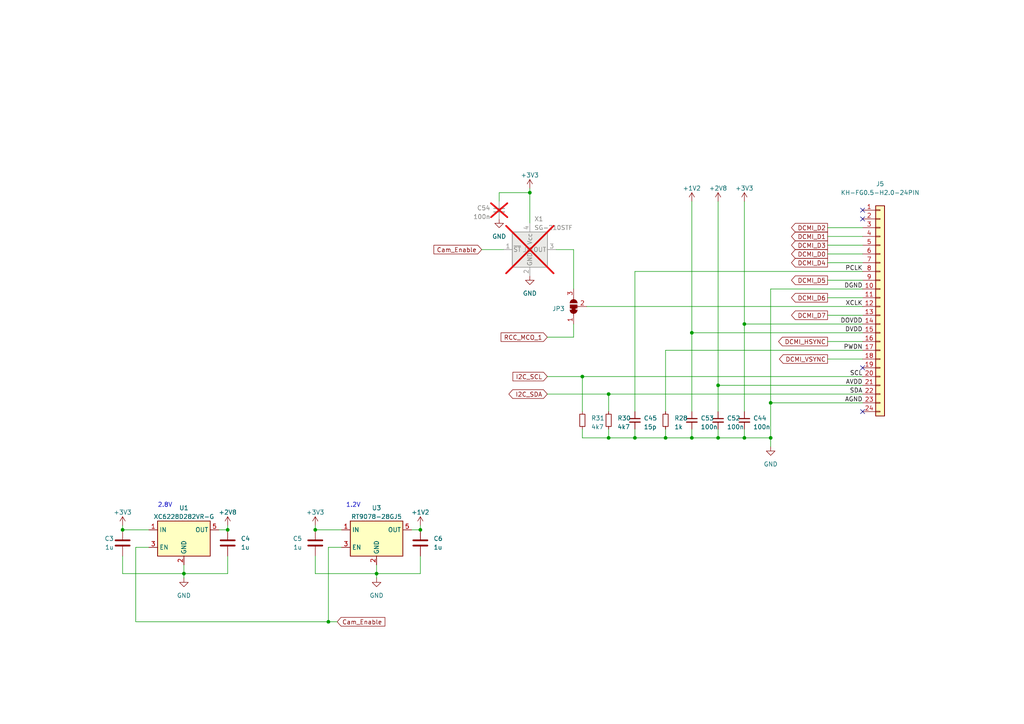
<source format=kicad_sch>
(kicad_sch (version 20230121) (generator eeschema)
  (paper "A4")
  (title_block (title "Camera Module") (date "2023-03-03") (rev "1.0") (company "Sol Harter"))
  (lib_symbols
    (symbol "Connector_Generic:Conn_01x24" (pin_names (offset 1.016) hide)
      (property "Reference" "J" (at 0 30.48 0))
      (property "Value" "Conn_01x24" (at 0 -33.02 0))
      (symbol "Conn_01x24_1_1"
        (rectangle (start -1.27 -30.353) (end 0 -30.607) (stroke (width 0.1524)))
        (rectangle (start -1.27 -27.813) (end 0 -28.067) (stroke (width 0.1524)))
        (rectangle (start -1.27 -25.273) (end 0 -25.527) (stroke (width 0.1524)))
        (rectangle (start -1.27 -22.733) (end 0 -22.987) (stroke (width 0.1524)))
        (rectangle (start -1.27 -20.193) (end 0 -20.447) (stroke (width 0.1524)))
        (rectangle (start -1.27 -17.653) (end 0 -17.907) (stroke (width 0.1524)))
        (rectangle (start -1.27 -15.113) (end 0 -15.367) (stroke (width 0.1524)))
        (rectangle (start -1.27 -12.573) (end 0 -12.827) (stroke (width 0.1524)))
        (rectangle (start -1.27 -10.033) (end 0 -10.287) (stroke (width 0.1524)))
        (rectangle (start -1.27 -7.493) (end 0 -7.747) (stroke (width 0.1524)))
        (rectangle (start -1.27 -4.953) (end 0 -5.207) (stroke (width 0.1524)))
        (rectangle (start -1.27 -2.413) (end 0 -2.667) (stroke (width 0.1524)))
        (rectangle (start -1.27 0.127) (end 0 -0.127) (stroke (width 0.1524)))
        (rectangle (start -1.27 2.667) (end 0 2.413) (stroke (width 0.1524)))
        (rectangle (start -1.27 5.207) (end 0 4.953) (stroke (width 0.1524)))
        (rectangle (start -1.27 7.747) (end 0 7.493) (stroke (width 0.1524)))
        (rectangle (start -1.27 10.287) (end 0 10.033) (stroke (width 0.1524)))
        (rectangle (start -1.27 12.827) (end 0 12.573) (stroke (width 0.1524)))
        (rectangle (start -1.27 15.367) (end 0 15.113) (stroke (width 0.1524)))
        (rectangle (start -1.27 17.907) (end 0 17.653) (stroke (width 0.1524)))
        (rectangle (start -1.27 20.447) (end 0 20.193) (stroke (width 0.1524)))
        (rectangle (start -1.27 22.987) (end 0 22.733) (stroke (width 0.1524)))
        (rectangle (start -1.27 25.527) (end 0 25.273) (stroke (width 0.1524)))
        (rectangle (start -1.27 28.067) (end 0 27.813) (stroke (width 0.1524)))
        (rectangle (start -1.27 29.21) (end 1.27 -31.75) (stroke (width 0.254)) (fill (type background)))
        (pin passive line (at -5.08 27.94 0) (length 3.81) (name "Pin_1") (number "1"))
        (pin passive line (at -5.08 5.08 0) (length 3.81) (name "Pin_10") (number "10"))
        (pin passive line (at -5.08 2.54 0) (length 3.81) (name "Pin_11") (number "11"))
        (pin passive line (at -5.08 0 0) (length 3.81) (name "Pin_12") (number "12"))
        (pin passive line (at -5.08 -2.54 0) (length 3.81) (name "Pin_13") (number "13"))
        (pin passive line (at -5.08 -5.08 0) (length 3.81) (name "Pin_14") (number "14"))
        (pin passive line (at -5.08 -7.62 0) (length 3.81) (name "Pin_15") (number "15"))
        (pin passive line (at -5.08 -10.16 0) (length 3.81) (name "Pin_16") (number "16"))
        (pin passive line (at -5.08 -12.7 0) (length 3.81) (name "Pin_17") (number "17"))
        (pin passive line (at -5.08 -15.24 0) (length 3.81) (name "Pin_18") (number "18"))
        (pin passive line (at -5.08 -17.78 0) (length 3.81) (name "Pin_19") (number "19"))
        (pin passive line (at -5.08 25.4 0) (length 3.81) (name "Pin_2") (number "2"))
        (pin passive line (at -5.08 -20.32 0) (length 3.81) (name "Pin_20") (number "20"))
        (pin passive line (at -5.08 -22.86 0) (length 3.81) (name "Pin_21") (number "21"))
        (pin passive line (at -5.08 -25.4 0) (length 3.81) (name "Pin_22") (number "22"))
        (pin passive line (at -5.08 -27.94 0) (length 3.81) (name "Pin_23") (number "23"))
        (pin passive line (at -5.08 -30.48 0) (length 3.81) (name "Pin_24") (number "24"))
        (pin passive line (at -5.08 22.86 0) (length 3.81) (name "Pin_3") (number "3"))
        (pin passive line (at -5.08 20.32 0) (length 3.81) (name "Pin_4") (number "4"))
        (pin passive line (at -5.08 17.78 0) (length 3.81) (name "Pin_5") (number "5"))
        (pin passive line (at -5.08 15.24 0) (length 3.81) (name "Pin_6") (number "6"))
        (pin passive line (at -5.08 12.7 0) (length 3.81) (name "Pin_7") (number "7"))
        (pin passive line (at -5.08 10.16 0) (length 3.81) (name "Pin_8") (number "8"))
        (pin passive line (at -5.08 7.62 0) (length 3.81) (name "Pin_9") (number "9"))
      )
    )
    (symbol "Device:C" (pin_numbers hide) (pin_names (offset 0.254))
      (property "Reference" "C" (at 0.635 2.54 0))
      (property "Value" "C" (at 0.635 -2.54 0))
      (symbol "C_0_1"
        (polyline (pts (xy -2.032 -0.762) (xy 2.032 -0.762)) (stroke (width 0.508)))
        (polyline (pts (xy -2.032 0.762) (xy 2.032 0.762)) (stroke (width 0.508)))
      )
      (symbol "C_1_1"
        (pin passive line (at 0 3.81 270) (length 2.794) (name "~") (number "1"))
        (pin passive line (at 0 -3.81 90) (length 2.794) (name "~") (number "2"))
      )
    )
    (symbol "Device:C_Small" (pin_numbers hide) (pin_names (offset 0.254) hide)
      (property "Reference" "C" (at 0.254 1.778 0))
      (property "Value" "C_Small" (at 0.254 -2.032 0))
      (symbol "C_Small_0_1"
        (polyline (pts (xy -1.524 -0.508) (xy 1.524 -0.508)) (stroke (width 0.3302)))
        (polyline (pts (xy -1.524 0.508) (xy 1.524 0.508)) (stroke (width 0.3048)))
      )
      (symbol "C_Small_1_1"
        (pin passive line (at 0 2.54 270) (length 2.032) (name "~") (number "1"))
        (pin passive line (at 0 -2.54 90) (length 2.032) (name "~") (number "2"))
      )
    )
    (symbol "Device:R_Small" (pin_numbers hide) (pin_names (offset 0.254) hide)
      (property "Reference" "R" (at 0.762 0.508 0))
      (property "Value" "R_Small" (at 0.762 -1.016 0))
      (symbol "R_Small_0_1"
        (rectangle (start -0.762 1.778) (end 0.762 -1.778) (stroke (width 0.2032)))
      )
      (symbol "R_Small_1_1"
        (pin passive line (at 0 2.54 270) (length 0.762) (name "~") (number "1"))
        (pin passive line (at 0 -2.54 90) (length 0.762) (name "~") (number "2"))
      )
    )
    (symbol "Jumper:SolderJumper_3_Bridged12" (pin_names (offset 0) hide)
      (property "Reference" "JP" (at -2.54 -2.54 0))
      (property "Value" "SolderJumper_3_Bridged12" (at 0 2.794 0))
      (symbol "SolderJumper_3_Bridged12_0_1"
        (rectangle (start -1.016 0.508) (end -0.508 -0.508) (fill (type outline)))
        (arc (start -1.016 1.016) (mid -2.0276 0) (end -1.016 -1.016))
        (arc (start -1.016 1.016) (mid -2.0276 0) (end -1.016 -1.016) (fill (type outline)))
        (rectangle (start -0.508 1.016) (end 0.508 -1.016) (fill (type outline)))
        (polyline (pts (xy -2.54 0) (xy -2.032 0)))
        (polyline (pts (xy -1.016 1.016) (xy -1.016 -1.016)))
        (polyline (pts (xy 0 -1.27) (xy 0 -1.016)))
        (polyline (pts (xy 1.016 1.016) (xy 1.016 -1.016)))
        (polyline (pts (xy 2.54 0) (xy 2.032 0)))
        (arc (start 1.016 -1.016) (mid 2.0276 0) (end 1.016 1.016))
        (arc (start 1.016 -1.016) (mid 2.0276 0) (end 1.016 1.016) (fill (type outline)))
      )
      (symbol "SolderJumper_3_Bridged12_1_1"
        (pin passive line (at -5.08 0 0) (length 2.54) (name "A") (number "1"))
        (pin passive line (at 0 -3.81 90) (length 2.54) (name "C") (number "2"))
        (pin passive line (at 5.08 0 180) (length 2.54) (name "B") (number "3"))
      )
    )
    (symbol "Oscillator:SG-210STF" (pin_names (offset 0.254))
      (property "Reference" "X" (at -5.08 6.35 0))
      (property "Value" "SG-210STF" (at 1.27 -6.35 0))
      (symbol "SG-210STF_0_1"
        (rectangle (start -5.08 5.08) (end 5.08 -5.08) (stroke (width 0.254)) (fill (type background)))
        (polyline (pts (xy -1.905 -0.635) (xy -1.27 -0.635) (xy -1.27 0.635) (xy -0.635 0.635) (xy -0.635 -0.635) (xy 0 -0.635) (xy 0 0.635) (xy 0.635 0.635) (xy 0.635 -0.635)))
      )
      (symbol "SG-210STF_1_1"
        (pin input line (at -7.62 0 0) (length 2.54) (name "~{ST}") (number "1"))
        (pin power_in line (at 0 -7.62 90) (length 2.54) (name "GND") (number "2"))
        (pin output line (at 7.62 0 180) (length 2.54) (name "OUT") (number "3"))
        (pin power_in line (at 0 7.62 270) (length 2.54) (name "Vcc") (number "4"))
      )
    )
    (symbol "Regulator_Linear:NCV8114ASN280T1G"
      (property "Reference" "U" (at 0 8.89 0))
      (property "Value" "NCV8114ASN280T1G" (at 0 6.35 0))
      (symbol "NCV8114ASN280T1G_0_1"
        (rectangle (start -7.62 5.08) (end 7.62 -5.08) (stroke (width 0.254)) (fill (type background)))
      )
      (symbol "NCV8114ASN280T1G_1_1"
        (pin power_in line (at -10.16 2.54 0) (length 2.54) (name "IN") (number "1"))
        (pin power_in line (at 0 -7.62 90) (length 2.54) (name "GND") (number "2"))
        (pin input line (at -10.16 -2.54 0) (length 2.54) (name "EN") (number "3"))
        (pin no_connect line (at 7.62 -2.54 180) (length 2.54) hide (name "NC") (number "4"))
        (pin power_out line (at 10.16 2.54 180) (length 2.54) (name "OUT") (number "5"))
      )
    )
    (symbol "power:+1V2" (power) (pin_names (offset 0))
      (property "Value" "+1V2" (at 0 3.556 0))
      (symbol "+1V2_0_1"
        (polyline (pts (xy -0.762 1.27) (xy 0 2.54)))
        (polyline (pts (xy 0 0) (xy 0 2.54)))
        (polyline (pts (xy 0 2.54) (xy 0.762 1.27)))
      )
      (symbol "+1V2_1_1"
        (pin power_in line (at 0 0 90) (length 0) hide (name "+1V2") (number "1"))
      )
    )
    (symbol "power:+2V8" (power) (pin_names (offset 0))
      (property "Value" "+2V8" (at 0 3.556 0))
      (symbol "+2V8_0_1"
        (polyline (pts (xy -0.762 1.27) (xy 0 2.54)))
        (polyline (pts (xy 0 0) (xy 0 2.54)))
        (polyline (pts (xy 0 2.54) (xy 0.762 1.27)))
      )
      (symbol "+2V8_1_1"
        (pin power_in line (at 0 0 90) (length 0) hide (name "+2V8") (number "1"))
      )
    )
    (symbol "power:+3V3" (power) (pin_names (offset 0))
      (property "Value" "+3V3" (at 0 3.556 0))
      (symbol "+3V3_0_1"
        (polyline (pts (xy -0.762 1.27) (xy 0 2.54)))
        (polyline (pts (xy 0 0) (xy 0 2.54)))
        (polyline (pts (xy 0 2.54) (xy 0.762 1.27)))
      )
      (symbol "+3V3_1_1"
        (pin power_in line (at 0 0 90) (length 0) hide (name "+3V3") (number "1"))
      )
    )
    (symbol "power:GND" (power) (pin_names (offset 0))
      (property "Value" "GND" (at 0 -3.81 0))
      (symbol "GND_0_1"
        (polyline (pts (xy 0 0) (xy 0 -1.27) (xy 1.27 -1.27) (xy 0 -2.54) (xy -1.27 -1.27) (xy 0 -1.27)))
      )
      (symbol "GND_1_1"
        (pin power_in line (at 0 0 270) (length 0) hide (name "GND") (number "1"))
      )
    )
  )
  (junction (at 121.92 153.67))
  (junction (at 200.66 96.52))
  (junction (at 215.9 93.98))
  (junction (at 53.34 166.37))
  (junction (at 91.44 153.67))
  (junction (at 223.52 127))
  (junction (at 176.53 114.3))
  (junction (at 153.67 55.88))
  (junction (at 95.25 180.34))
  (junction (at 215.9 127))
  (junction (at 208.28 127))
  (junction (at 35.56 153.67))
  (junction (at 193.04 127))
  (junction (at 66.04 153.67))
  (junction (at 200.66 127))
  (junction (at 176.53 127))
  (junction (at 184.15 127))
  (junction (at 109.22 166.37))
  (junction (at 208.28 111.76))
  (junction (at 168.91 109.22))
  (junction (at 223.52 116.84))
  (no_connect (at 250.19 63.5))
  (no_connect (at 250.19 119.38))
  (no_connect (at 250.19 60.96))
  (no_connect (at 250.19 106.68))
  (wire (pts (xy 250.19 78.74) (xy 184.15 78.74)))
  (wire (pts (xy 200.66 127) (xy 208.28 127)))
  (wire (pts (xy 176.53 114.3) (xy 176.53 119.38)))
  (wire (pts (xy 250.19 68.58) (xy 240.03 68.58)))
  (wire (pts (xy 250.19 111.76) (xy 208.28 111.76)))
  (wire (pts (xy 250.19 116.84) (xy 223.52 116.84)))
  (wire (pts (xy 35.56 166.37) (xy 53.34 166.37)))
  (wire (pts (xy 39.37 180.34) (xy 95.25 180.34)))
  (wire (pts (xy 215.9 93.98) (xy 215.9 58.42)))
  (wire (pts (xy 144.78 55.88) (xy 144.78 58.42)))
  (wire (pts (xy 166.37 97.79) (xy 166.37 93.98)))
  (wire (pts (xy 250.19 83.82) (xy 223.52 83.82)))
  (wire (pts (xy 144.78 55.88) (xy 153.67 55.88)))
  (wire (pts (xy 95.25 180.34) (xy 97.79 180.34)))
  (wire (pts (xy 39.37 180.34) (xy 39.37 158.75)))
  (wire (pts (xy 250.19 96.52) (xy 200.66 96.52)))
  (wire (pts (xy 208.28 127) (xy 215.9 127)))
  (wire (pts (xy 193.04 124.46) (xy 193.04 127)))
  (wire (pts (xy 215.9 127) (xy 223.52 127)))
  (wire (pts (xy 208.28 124.46) (xy 208.28 127)))
  (wire (pts (xy 91.44 166.37) (xy 109.22 166.37)))
  (wire (pts (xy 158.75 97.79) (xy 166.37 97.79)))
  (wire (pts (xy 168.91 109.22) (xy 250.19 109.22)))
  (wire (pts (xy 109.22 163.83) (xy 109.22 166.37)))
  (wire (pts (xy 168.91 109.22) (xy 168.91 119.38)))
  (wire (pts (xy 250.19 91.44) (xy 240.03 91.44)))
  (wire (pts (xy 223.52 127) (xy 223.52 129.54)))
  (wire (pts (xy 250.19 101.6) (xy 193.04 101.6)))
  (wire (pts (xy 95.25 158.75) (xy 95.25 180.34)))
  (wire (pts (xy 109.22 166.37) (xy 109.22 167.64)))
  (wire (pts (xy 184.15 124.46) (xy 184.15 127)))
  (wire (pts (xy 223.52 116.84) (xy 223.52 127)))
  (wire (pts (xy 109.22 166.37) (xy 121.92 166.37)))
  (wire (pts (xy 208.28 111.76) (xy 208.28 119.38)))
  (wire (pts (xy 161.29 72.39) (xy 166.37 72.39)))
  (wire (pts (xy 250.19 66.04) (xy 240.03 66.04)))
  (wire (pts (xy 200.66 96.52) (xy 200.66 119.38)))
  (wire (pts (xy 121.92 152.4) (xy 121.92 153.67)))
  (wire (pts (xy 91.44 153.67) (xy 99.06 153.67)))
  (wire (pts (xy 250.19 99.06) (xy 240.03 99.06)))
  (wire (pts (xy 99.06 158.75) (xy 95.25 158.75)))
  (wire (pts (xy 168.91 124.46) (xy 168.91 127)))
  (wire (pts (xy 53.34 166.37) (xy 66.04 166.37)))
  (wire (pts (xy 250.19 76.2) (xy 240.03 76.2)))
  (wire (pts (xy 153.67 54.61) (xy 153.67 55.88)))
  (wire (pts (xy 223.52 83.82) (xy 223.52 116.84)))
  (wire (pts (xy 184.15 127) (xy 193.04 127)))
  (wire (pts (xy 184.15 78.74) (xy 184.15 119.38)))
  (wire (pts (xy 43.18 158.75) (xy 39.37 158.75)))
  (wire (pts (xy 153.67 55.88) (xy 153.67 64.77)))
  (wire (pts (xy 35.56 161.29) (xy 35.56 166.37)))
  (wire (pts (xy 170.18 88.9) (xy 250.19 88.9)))
  (wire (pts (xy 53.34 163.83) (xy 53.34 166.37)))
  (wire (pts (xy 66.04 152.4) (xy 66.04 153.67)))
  (wire (pts (xy 250.19 104.14) (xy 240.03 104.14)))
  (wire (pts (xy 193.04 127) (xy 200.66 127)))
  (wire (pts (xy 35.56 153.67) (xy 35.56 152.4)))
  (wire (pts (xy 91.44 153.67) (xy 91.44 152.4)))
  (wire (pts (xy 200.66 96.52) (xy 200.66 58.42)))
  (wire (pts (xy 193.04 101.6) (xy 193.04 119.38)))
  (wire (pts (xy 158.75 114.3) (xy 176.53 114.3)))
  (wire (pts (xy 53.34 166.37) (xy 53.34 167.64)))
  (wire (pts (xy 250.19 93.98) (xy 215.9 93.98)))
  (wire (pts (xy 176.53 127) (xy 184.15 127)))
  (wire (pts (xy 250.19 81.28) (xy 240.03 81.28)))
  (wire (pts (xy 176.53 124.46) (xy 176.53 127)))
  (wire (pts (xy 66.04 161.29) (xy 66.04 166.37)))
  (wire (pts (xy 168.91 127) (xy 176.53 127)))
  (wire (pts (xy 250.19 86.36) (xy 240.03 86.36)))
  (wire (pts (xy 139.7 72.39) (xy 146.05 72.39)))
  (wire (pts (xy 91.44 161.29) (xy 91.44 166.37)))
  (wire (pts (xy 215.9 93.98) (xy 215.9 119.38)))
  (wire (pts (xy 158.75 109.22) (xy 168.91 109.22)))
  (wire (pts (xy 176.53 114.3) (xy 250.19 114.3)))
  (wire (pts (xy 200.66 124.46) (xy 200.66 127)))
  (wire (pts (xy 250.19 73.66) (xy 240.03 73.66)))
  (wire (pts (xy 250.19 71.12) (xy 240.03 71.12)))
  (wire (pts (xy 63.5 153.67) (xy 66.04 153.67)))
  (wire (pts (xy 215.9 124.46) (xy 215.9 127)))
  (wire (pts (xy 208.28 111.76) (xy 208.28 58.42)))
  (wire (pts (xy 35.56 153.67) (xy 43.18 153.67)))
  (wire (pts (xy 119.38 153.67) (xy 121.92 153.67)))
  (wire (pts (xy 166.37 72.39) (xy 166.37 83.82)))
  (wire (pts (xy 121.92 161.29) (xy 121.92 166.37)))
  (text "2.8V\n" (at 45.72 147.32 0) (effects (font (size 1.27 1.27)) (justify left bottom)))
  (text "1.2V\n" (at 100.33 147.32 0) (effects (font (size 1.27 1.27)) (justify left bottom)))
  (label "AGND" (at 250.19 116.84 180))
  (label "DVDD" (at 250.19 96.52 180))
  (label "PWDN" (at 250.19 101.6 180))
  (label "AVDD" (at 250.19 111.76 180))
  (label "SCL" (at 250.19 109.22 180))
  (label "DOVDD" (at 250.19 93.98 180))
  (label "DGND" (at 250.19 83.82 180))
  (label "PCLK" (at 250.19 78.74 180))
  (label "SDA" (at 250.19 114.3 180))
  (label "XCLK" (at 250.19 88.9 180))
  (global_label "DCMI_D0" (shape output) (at 240.03 73.66 180) (property "Intersheetrefs" "${INTERSHEET_REFS}" (effects hide)))
  (global_label "Cam_Enable" (shape input) (at 139.7 72.39 180) (property "Intersheetrefs" "${INTERSHEET_REFS}" (effects hide)))
  (global_label "Cam_Enable" (shape input) (at 97.79 180.34 0) (property "Intersheetrefs" "${INTERSHEET_REFS}" (effects hide)))
  (global_label "DCMI_D3" (shape output) (at 240.03 71.12 180) (property "Intersheetrefs" "${INTERSHEET_REFS}" (effects hide)))
  (global_label "DCMI_VSYNC" (shape output) (at 240.03 104.14 180) (property "Intersheetrefs" "${INTERSHEET_REFS}" (effects hide)))
  (global_label "DCMI_D2" (shape output) (at 240.03 66.04 180) (property "Intersheetrefs" "${INTERSHEET_REFS}" (effects hide)))
  (global_label "DCMI_D5" (shape output) (at 240.03 81.28 180) (property "Intersheetrefs" "${INTERSHEET_REFS}" (effects hide)))
  (global_label "I2C_SDA" (shape bidirectional) (at 158.75 114.3 180) (property "Intersheetrefs" "${INTERSHEET_REFS}" (effects hide)))
  (global_label "RCC_MCO_1" (shape input) (at 158.75 97.79 180) (property "Intersheetrefs" "${INTERSHEET_REFS}" (effects hide)))
  (global_label "DCMI_D6" (shape output) (at 240.03 86.36 180) (property "Intersheetrefs" "${INTERSHEET_REFS}" (effects hide)))
  (global_label "DCMI_HSYNC" (shape output) (at 240.03 99.06 180) (property "Intersheetrefs" "${INTERSHEET_REFS}" (effects hide)))
  (global_label "DCMI_D1" (shape output) (at 240.03 68.58 180) (property "Intersheetrefs" "${INTERSHEET_REFS}" (effects hide)))
  (global_label "DCMI_D4" (shape output) (at 240.03 76.2 180) (property "Intersheetrefs" "${INTERSHEET_REFS}" (effects hide)))
  (global_label "I2C_SCL" (shape input) (at 158.75 109.22 180) (property "Intersheetrefs" "${INTERSHEET_REFS}" (effects hide)))
  (global_label "DCMI_D7" (shape output) (at 240.03 91.44 180) (property "Intersheetrefs" "${INTERSHEET_REFS}" (effects hide)))
  (symbol (lib_id "power:+1V2") (at 121.92 152.4 0) (unit 1)
    (property "Reference" "#PWR?" (effects hide))
    (property "Value" "+1V2" (at 121.92 148.59 0))
  )
  (symbol (lib_id "Device:C") (at 35.56 157.48 0) (unit 1)
    (property "Reference" "C3" (at 33.02 156.21 0) (effects (justify right)))
    (property "Value" "1u" (at 33.02 158.75 0) (effects (justify right)))
    (property "Footprint" "Capacitor_SMD:C_1206_3216Metric" (effects hide))
  )
  (symbol (lib_id "Device:C") (at 91.44 157.48 0) (unit 1)
    (property "Reference" "C5" (at 87.63 156.21 0) (effects (justify right)))
    (property "Value" "1u" (at 87.63 158.75 0) (effects (justify right)))
    (property "Footprint" "Capacitor_SMD:C_1206_3216Metric" (effects hide))
  )
  (symbol (lib_id "power:GND") (at 53.34 167.64 0) (unit 1)
    (property "Reference" "#PWR?" (effects hide))
    (property "Value" "GND" (at 53.34 172.72 0))
  )
  (symbol (lib_id "power:GND") (at 109.22 167.64 0) (unit 1)
    (property "Reference" "#PWR?" (effects hide))
    (property "Value" "GND" (at 109.22 172.72 0))
  )
  (symbol (lib_id "Device:R_Small") (at 168.91 121.92 180) (unit 1)
    (property "Reference" "R31" (at 171.45 121.285 0) (effects (justify right)))
    (property "Value" "4k7" (at 171.45 123.825 0) (effects (justify right)))
    (property "Footprint" "Resistor_SMD:R_0402_1005Metric" (effects hide))
  )
  (symbol (lib_id "power:GND") (at 144.78 63.5 0) (unit 1)
    (property "Reference" "#PWR?" (effects hide))
    (property "Value" "GND" (at 144.78 68.58 0))
  )
  (symbol (lib_id "Device:C_Small") (at 184.15 121.92 0) (unit 1)
    (property "Reference" "C45" (at 186.69 121.2913 0) (effects (justify left)))
    (property "Value" "15p" (at 186.69 123.8313 0) (effects (justify left)))
    (property "Footprint" "Capacitor_SMD:C_0402_1005Metric" (effects hide))
  )
  (symbol (lib_id "Regulator_Linear:NCV8114ASN280T1G") (at 53.34 156.21 0) (unit 1)
    (property "Reference" "U1" (at 53.34 147.32 0))
    (property "Value" "XC6228D282VR-G" (at 53.34 149.86 0))
    (property "Footprint" "Package_TO_SOT_SMD:TSOT-23-5" (effects hide))
    (property "Datasheet" "https://ru.mouser.com/datasheet/2/308/NCV8114-D-1107616.pdf" (effects hide))
  )
  (symbol (lib_id "Device:C_Small") (at 200.66 121.92 0) (unit 1)
    (property "Reference" "C53" (at 203.2 121.2913 0) (effects (justify left)))
    (property "Value" "100n" (at 203.2 123.8313 0) (effects (justify left)))
    (property "Footprint" "Capacitor_SMD:C_0402_1005Metric" (effects hide))
  )
  (symbol (lib_id "power:GND") (at 223.52 129.54 0) (mirror y) (unit 1)
    (property "Reference" "#PWR?" (effects hide))
    (property "Value" "GND" (at 223.52 134.62 0))
  )
  (symbol (lib_id "Device:C_Small") (at 208.28 121.92 0) (unit 1)
    (property "Reference" "C52" (at 210.82 121.2913 0) (effects (justify left)))
    (property "Value" "100n" (at 210.82 123.8313 0) (effects (justify left)))
    (property "Footprint" "Capacitor_SMD:C_0402_1005Metric" (effects hide))
  )
  (symbol (lib_id "power:+3V3") (at 91.44 152.4 0) (unit 1)
    (property "Reference" "#PWR?" (effects hide))
    (property "Value" "+3V3" (at 91.44 148.59 0))
  )
  (symbol (lib_id "power:+1V2") (at 200.66 58.42 0) (mirror y) (unit 1)
    (property "Reference" "#PWR?" (effects hide))
    (property "Value" "+1V2" (at 200.66 54.61 0))
  )
  (symbol (lib_id "Device:C") (at 66.04 157.48 0) (unit 1)
    (property "Reference" "C4" (at 69.85 156.21 0) (effects (justify left)))
    (property "Value" "1u" (at 69.85 158.75 0) (effects (justify left)))
    (property "Footprint" "Capacitor_SMD:C_1206_3216Metric" (effects hide))
  )
  (symbol (lib_id "Regulator_Linear:NCV8114ASN280T1G") (at 109.22 156.21 0) (unit 1)
    (property "Reference" "U3" (at 109.22 147.32 0))
    (property "Value" "RT9078-28GJ5" (at 109.22 149.86 0))
    (property "Footprint" "Package_TO_SOT_SMD:TSOT-23-5" (effects hide))
    (property "Datasheet" "https://ru.mouser.com/datasheet/2/308/NCV8114-D-1107616.pdf" (effects hide))
  )
  (symbol (lib_id "Oscillator:SG-210STF") (at 153.67 72.39 0) (unit 1) (dnp yes)
    (property "Reference" "X1" (at 154.94 63.5 0) (effects (justify left)))
    (property "Value" "SG-210STF" (at 154.94 66.04 0) (effects (justify left)))
    (property "Footprint" "Oscillator:Oscillator_SMD_SeikoEpson_SG210-4Pin_2.5x2.0mm" (effects hide))
    (property "Datasheet" "https://support.epson.biz/td/api/doc_check.php?mode=dl&lang=en&Parts=SG-210STF" (effects hide))
  )
  (symbol (lib_id "Device:C") (at 121.92 157.48 0) (unit 1)
    (property "Reference" "C6" (at 125.73 156.21 0) (effects (justify left)))
    (property "Value" "1u" (at 125.73 158.75 0) (effects (justify left)))
    (property "Footprint" "Capacitor_SMD:C_1206_3216Metric" (effects hide))
  )
  (symbol (lib_id "Device:R_Small") (at 193.04 121.92 180) (unit 1)
    (property "Reference" "R28" (at 195.58 121.285 0) (effects (justify right)))
    (property "Value" "1k" (at 195.58 123.825 0) (effects (justify right)))
    (property "Footprint" "Resistor_SMD:R_0402_1005Metric" (effects hide))
  )
  (symbol (lib_id "Connector_Generic:Conn_01x24") (at 255.27 88.9 0) (unit 1)
    (property "Reference" "J5" (at 255.27 53.34 0))
    (property "Value" "KH-FG0.5-H2.0-24PIN" (at 255.27 55.88 0))
    (property "Footprint" "3885:KH-FG0.5-H2.0-(4-60)PIN" (effects hide))
  )
  (symbol (lib_id "power:+3V3") (at 153.67 54.61 0) (unit 1)
    (property "Reference" "#PWR?" (effects hide))
    (property "Value" "+3V3" (at 153.67 50.8 0))
  )
  (symbol (lib_id "Device:C_Small") (at 215.9 121.92 0) (unit 1)
    (property "Reference" "C44" (at 218.44 121.2913 0) (effects (justify left)))
    (property "Value" "100n" (at 218.44 123.8313 0) (effects (justify left)))
    (property "Footprint" "Capacitor_SMD:C_0402_1005Metric" (effects hide))
  )
  (symbol (lib_id "power:+3V3") (at 215.9 58.42 0) (mirror y) (unit 1)
    (property "Reference" "#PWR?" (effects hide))
    (property "Value" "+3V3" (at 215.9 54.61 0))
  )
  (symbol (lib_id "power:+2V8") (at 208.28 58.42 0) (mirror y) (unit 1)
    (property "Reference" "#PWR?" (effects hide))
    (property "Value" "+2V8" (at 208.28 54.61 0))
  )
  (symbol (lib_id "Device:R_Small") (at 176.53 121.92 180) (unit 1)
    (property "Reference" "R30" (at 179.07 121.285 0) (effects (justify right)))
    (property "Value" "4k7" (at 179.07 123.825 0) (effects (justify right)))
    (property "Footprint" "Resistor_SMD:R_0402_1005Metric" (effects hide))
  )
  (symbol (lib_id "power:GND") (at 153.67 80.01 0) (unit 1)
    (property "Reference" "#PWR?" (effects hide))
    (property "Value" "GND" (at 153.67 85.09 0))
  )
  (symbol (lib_id "Device:C_Small") (at 144.78 60.96 0) (unit 1) (dnp yes)
    (property "Reference" "C54" (at 142.24 60.3313 0) (effects (justify right)))
    (property "Value" "100n" (at 142.24 62.8713 0) (effects (justify right)))
    (property "Footprint" "Capacitor_SMD:C_0402_1005Metric" (effects hide))
  )
  (symbol (lib_id "power:+2V8") (at 66.04 152.4 0) (unit 1)
    (property "Reference" "#PWR?" (effects hide))
    (property "Value" "+2V8" (at 66.04 148.59 0))
  )
  (symbol (lib_id "power:+3V3") (at 35.56 152.4 0) (unit 1)
    (property "Reference" "#PWR?" (effects hide))
    (property "Value" "+3V3" (at 35.56 148.59 0))
  )
  (symbol (lib_id "Jumper:SolderJumper_3_Bridged12") (at 166.37 88.9 90) (unit 1)
    (property "Reference" "JP3" (at 163.83 89.535 90) (effects (justify left)))
    (property "Value" "SolderJumper_3_Bridged12" (effects hide))
    (property "Footprint" "Jumper:SolderJumper-3_P1.3mm_Bridged12_Pad1.0x1.5mm" (effects hide))
  )
)
</source>
